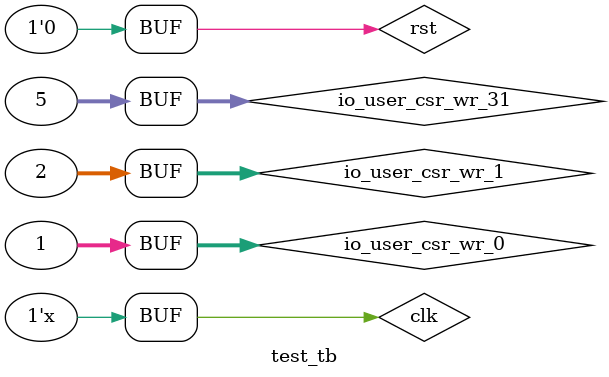
<source format=v>
module test_tb;

    reg clk;
    reg rst;
    wire io_has_event_rd;
    wire [31:0] io_event_recv_cnt;
    wire [31:0] io_event_processed_cnt;
    wire [31:0] io_event_type;
    wire  io_has_event_wr;
    reg  [31:0] io_user_csr_wr_0;
    reg  [31:0] io_user_csr_wr_1;
    reg  [31:0] io_user_csr_wr_31;

    wire [31:0] io_user_csr_rd_0;
    wire [31:0] io_user_csr_rd_1;
    wire [31:0] io_user_csr_rd_31;

    test_csr u0(
      .clock(clk),
      .reset(rst),
      .io_has_event_wr(io_has_event_wr),
      .io_has_event_rd(io_has_event_rd),
      .io_event_recv_cnt(io_event_recv_cnt),
      .io_event_processed_cnt(io_event_processed_cnt),
      .io_event_type(io_event_type),
      .io_user_csr_wr_0(io_user_csr_wr_0),
      .io_user_csr_wr_1(io_user_csr_wr_1),
      .io_user_csr_wr_31(io_user_csr_wr_31),
      .io_user_csr_rd_0(io_user_csr_rd_0),
      .io_user_csr_rd_1(io_user_csr_rd_1),
      .io_user_csr_rd_31(io_user_csr_rd_31)
    );

    assign io_has_event_wr = (io_has_event_rd == 0) && (io_event_recv_cnt == io_event_processed_cnt);

    initial begin
        clk = 0;
        rst = 1;
        io_user_csr_wr_0 = 1;
        io_user_csr_wr_1 = 2;
        io_user_csr_wr_31 = 3;
        #20;
        rst = 0;
        #130;io_user_csr_wr_31 = 5; 
        
    end
    
    always #5 clk = ~clk;
    
endmodule

/*
To test CSR module


test:
    add zero, zero, zero
    addi x10, x10, 0xF
    csrrw x10, 0x093, x10
    csrrw x1, 0x090, zero
    nop
    csrrs x2, 0x091, zero
    csrrs x3, 0x092, zero
    csrrw x1, 0x090, zero
    csrrw zero, 0x092, x2
    csrrs x4, 0x040, zero
    csrrw x5, 0x05F, zero   
    addi x7, zero, 5
    csrrw x6, 0x080, x7
    csrrs x7, 0x080, zero
    csrrw x6, 0x080, zero 
    addi x7, zero, 4
    csrrw x6, 0x081, x7
    csrrs x7, 0x081, zero
    csrrw x6, 0x081, zero 
    addi x7, zero, 3
    csrrw x6, 0x082, x7
    csrrs x7, 0x082, zero
    csrrw x6, 0x082, zero 
loop: jal loop
    nop
*/
</source>
